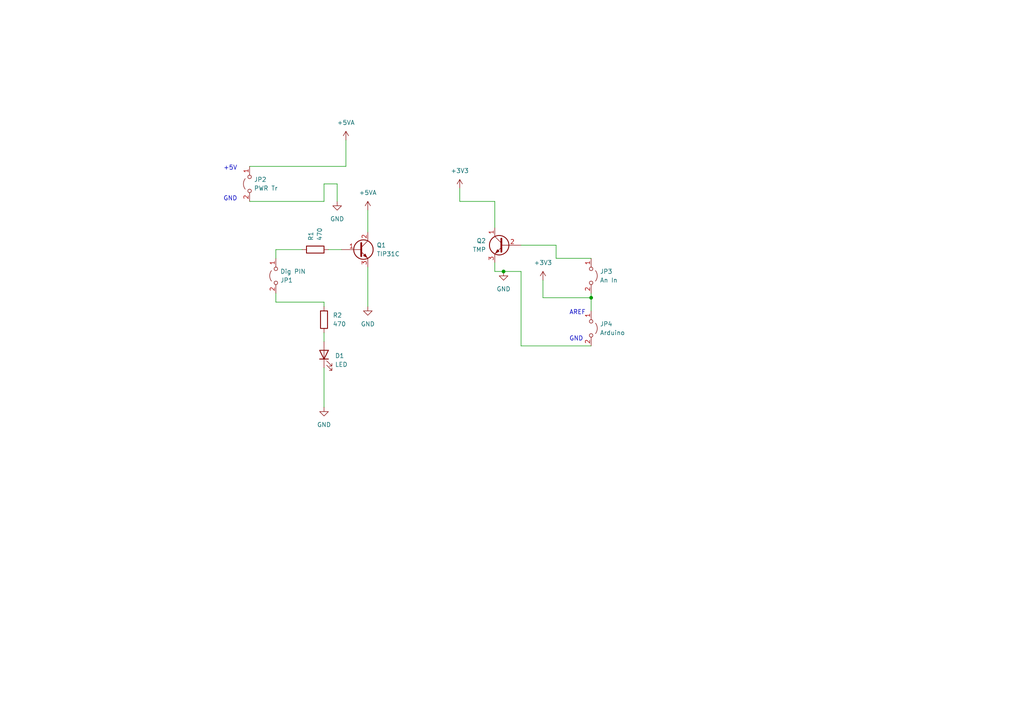
<source format=kicad_sch>
(kicad_sch
	(version 20250114)
	(generator "eeschema")
	(generator_version "9.0")
	(uuid "9b4716e4-cba0-4eba-840b-cc14d979358d")
	(paper "A4")
	(lib_symbols
		(symbol "Device:LED"
			(pin_numbers
				(hide yes)
			)
			(pin_names
				(offset 1.016)
				(hide yes)
			)
			(exclude_from_sim no)
			(in_bom yes)
			(on_board yes)
			(property "Reference" "D"
				(at 0 2.54 0)
				(effects
					(font
						(size 1.27 1.27)
					)
				)
			)
			(property "Value" "LED"
				(at 0 -2.54 0)
				(effects
					(font
						(size 1.27 1.27)
					)
				)
			)
			(property "Footprint" ""
				(at 0 0 0)
				(effects
					(font
						(size 1.27 1.27)
					)
					(hide yes)
				)
			)
			(property "Datasheet" "~"
				(at 0 0 0)
				(effects
					(font
						(size 1.27 1.27)
					)
					(hide yes)
				)
			)
			(property "Description" "Light emitting diode"
				(at 0 0 0)
				(effects
					(font
						(size 1.27 1.27)
					)
					(hide yes)
				)
			)
			(property "ki_keywords" "LED diode"
				(at 0 0 0)
				(effects
					(font
						(size 1.27 1.27)
					)
					(hide yes)
				)
			)
			(property "ki_fp_filters" "LED* LED_SMD:* LED_THT:*"
				(at 0 0 0)
				(effects
					(font
						(size 1.27 1.27)
					)
					(hide yes)
				)
			)
			(symbol "LED_0_1"
				(polyline
					(pts
						(xy -3.048 -0.762) (xy -4.572 -2.286) (xy -3.81 -2.286) (xy -4.572 -2.286) (xy -4.572 -1.524)
					)
					(stroke
						(width 0)
						(type default)
					)
					(fill
						(type none)
					)
				)
				(polyline
					(pts
						(xy -1.778 -0.762) (xy -3.302 -2.286) (xy -2.54 -2.286) (xy -3.302 -2.286) (xy -3.302 -1.524)
					)
					(stroke
						(width 0)
						(type default)
					)
					(fill
						(type none)
					)
				)
				(polyline
					(pts
						(xy -1.27 0) (xy 1.27 0)
					)
					(stroke
						(width 0)
						(type default)
					)
					(fill
						(type none)
					)
				)
				(polyline
					(pts
						(xy -1.27 -1.27) (xy -1.27 1.27)
					)
					(stroke
						(width 0.254)
						(type default)
					)
					(fill
						(type none)
					)
				)
				(polyline
					(pts
						(xy 1.27 -1.27) (xy 1.27 1.27) (xy -1.27 0) (xy 1.27 -1.27)
					)
					(stroke
						(width 0.254)
						(type default)
					)
					(fill
						(type none)
					)
				)
			)
			(symbol "LED_1_1"
				(pin passive line
					(at -3.81 0 0)
					(length 2.54)
					(name "K"
						(effects
							(font
								(size 1.27 1.27)
							)
						)
					)
					(number "1"
						(effects
							(font
								(size 1.27 1.27)
							)
						)
					)
				)
				(pin passive line
					(at 3.81 0 180)
					(length 2.54)
					(name "A"
						(effects
							(font
								(size 1.27 1.27)
							)
						)
					)
					(number "2"
						(effects
							(font
								(size 1.27 1.27)
							)
						)
					)
				)
			)
			(embedded_fonts no)
		)
		(symbol "Device:R"
			(pin_numbers
				(hide yes)
			)
			(pin_names
				(offset 0)
			)
			(exclude_from_sim no)
			(in_bom yes)
			(on_board yes)
			(property "Reference" "R"
				(at 2.032 0 90)
				(effects
					(font
						(size 1.27 1.27)
					)
				)
			)
			(property "Value" "R"
				(at 0 0 90)
				(effects
					(font
						(size 1.27 1.27)
					)
				)
			)
			(property "Footprint" ""
				(at -1.778 0 90)
				(effects
					(font
						(size 1.27 1.27)
					)
					(hide yes)
				)
			)
			(property "Datasheet" "~"
				(at 0 0 0)
				(effects
					(font
						(size 1.27 1.27)
					)
					(hide yes)
				)
			)
			(property "Description" "Resistor"
				(at 0 0 0)
				(effects
					(font
						(size 1.27 1.27)
					)
					(hide yes)
				)
			)
			(property "ki_keywords" "R res resistor"
				(at 0 0 0)
				(effects
					(font
						(size 1.27 1.27)
					)
					(hide yes)
				)
			)
			(property "ki_fp_filters" "R_*"
				(at 0 0 0)
				(effects
					(font
						(size 1.27 1.27)
					)
					(hide yes)
				)
			)
			(symbol "R_0_1"
				(rectangle
					(start -1.016 -2.54)
					(end 1.016 2.54)
					(stroke
						(width 0.254)
						(type default)
					)
					(fill
						(type none)
					)
				)
			)
			(symbol "R_1_1"
				(pin passive line
					(at 0 3.81 270)
					(length 1.27)
					(name "~"
						(effects
							(font
								(size 1.27 1.27)
							)
						)
					)
					(number "1"
						(effects
							(font
								(size 1.27 1.27)
							)
						)
					)
				)
				(pin passive line
					(at 0 -3.81 90)
					(length 1.27)
					(name "~"
						(effects
							(font
								(size 1.27 1.27)
							)
						)
					)
					(number "2"
						(effects
							(font
								(size 1.27 1.27)
							)
						)
					)
				)
			)
			(embedded_fonts no)
		)
		(symbol "Jumper:Jumper_2_Open"
			(pin_names
				(offset 0)
				(hide yes)
			)
			(exclude_from_sim no)
			(in_bom yes)
			(on_board yes)
			(property "Reference" "JP"
				(at 0 2.794 0)
				(effects
					(font
						(size 1.27 1.27)
					)
				)
			)
			(property "Value" "Jumper_2_Open"
				(at 0 -2.286 0)
				(effects
					(font
						(size 1.27 1.27)
					)
				)
			)
			(property "Footprint" ""
				(at 0 0 0)
				(effects
					(font
						(size 1.27 1.27)
					)
					(hide yes)
				)
			)
			(property "Datasheet" "~"
				(at 0 0 0)
				(effects
					(font
						(size 1.27 1.27)
					)
					(hide yes)
				)
			)
			(property "Description" "Jumper, 2-pole, open"
				(at 0 0 0)
				(effects
					(font
						(size 1.27 1.27)
					)
					(hide yes)
				)
			)
			(property "ki_keywords" "Jumper SPST"
				(at 0 0 0)
				(effects
					(font
						(size 1.27 1.27)
					)
					(hide yes)
				)
			)
			(property "ki_fp_filters" "Jumper* TestPoint*2Pads* TestPoint*Bridge*"
				(at 0 0 0)
				(effects
					(font
						(size 1.27 1.27)
					)
					(hide yes)
				)
			)
			(symbol "Jumper_2_Open_0_0"
				(circle
					(center -2.032 0)
					(radius 0.508)
					(stroke
						(width 0)
						(type default)
					)
					(fill
						(type none)
					)
				)
				(circle
					(center 2.032 0)
					(radius 0.508)
					(stroke
						(width 0)
						(type default)
					)
					(fill
						(type none)
					)
				)
			)
			(symbol "Jumper_2_Open_0_1"
				(arc
					(start -1.524 1.27)
					(mid 0 1.778)
					(end 1.524 1.27)
					(stroke
						(width 0)
						(type default)
					)
					(fill
						(type none)
					)
				)
			)
			(symbol "Jumper_2_Open_1_1"
				(pin passive line
					(at -5.08 0 0)
					(length 2.54)
					(name "A"
						(effects
							(font
								(size 1.27 1.27)
							)
						)
					)
					(number "1"
						(effects
							(font
								(size 1.27 1.27)
							)
						)
					)
				)
				(pin passive line
					(at 5.08 0 180)
					(length 2.54)
					(name "B"
						(effects
							(font
								(size 1.27 1.27)
							)
						)
					)
					(number "2"
						(effects
							(font
								(size 1.27 1.27)
							)
						)
					)
				)
			)
			(embedded_fonts no)
		)
		(symbol "Transistor_BJT:BC337"
			(pin_names
				(offset 0)
				(hide yes)
			)
			(exclude_from_sim no)
			(in_bom yes)
			(on_board yes)
			(property "Reference" "Q"
				(at 5.08 1.905 0)
				(effects
					(font
						(size 1.27 1.27)
					)
					(justify left)
				)
			)
			(property "Value" "BC337"
				(at 5.08 0 0)
				(effects
					(font
						(size 1.27 1.27)
					)
					(justify left)
				)
			)
			(property "Footprint" "Package_TO_SOT_THT:TO-92_Inline"
				(at 5.08 -1.905 0)
				(effects
					(font
						(size 1.27 1.27)
						(italic yes)
					)
					(justify left)
					(hide yes)
				)
			)
			(property "Datasheet" "https://diotec.com/tl_files/diotec/files/pdf/datasheets/bc337.pdf"
				(at 0 0 0)
				(effects
					(font
						(size 1.27 1.27)
					)
					(justify left)
					(hide yes)
				)
			)
			(property "Description" "0.8A Ic, 45V Vce, NPN Transistor, TO-92"
				(at 0 0 0)
				(effects
					(font
						(size 1.27 1.27)
					)
					(hide yes)
				)
			)
			(property "ki_keywords" "NPN Transistor"
				(at 0 0 0)
				(effects
					(font
						(size 1.27 1.27)
					)
					(hide yes)
				)
			)
			(property "ki_fp_filters" "TO?92*"
				(at 0 0 0)
				(effects
					(font
						(size 1.27 1.27)
					)
					(hide yes)
				)
			)
			(symbol "BC337_0_1"
				(polyline
					(pts
						(xy 0 0) (xy 0.635 0)
					)
					(stroke
						(width 0)
						(type default)
					)
					(fill
						(type none)
					)
				)
				(polyline
					(pts
						(xy 0.635 1.905) (xy 0.635 -1.905) (xy 0.635 -1.905)
					)
					(stroke
						(width 0.508)
						(type default)
					)
					(fill
						(type none)
					)
				)
				(polyline
					(pts
						(xy 0.635 0.635) (xy 2.54 2.54)
					)
					(stroke
						(width 0)
						(type default)
					)
					(fill
						(type none)
					)
				)
				(polyline
					(pts
						(xy 0.635 -0.635) (xy 2.54 -2.54) (xy 2.54 -2.54)
					)
					(stroke
						(width 0)
						(type default)
					)
					(fill
						(type none)
					)
				)
				(circle
					(center 1.27 0)
					(radius 2.8194)
					(stroke
						(width 0.254)
						(type default)
					)
					(fill
						(type none)
					)
				)
				(polyline
					(pts
						(xy 1.27 -1.778) (xy 1.778 -1.27) (xy 2.286 -2.286) (xy 1.27 -1.778) (xy 1.27 -1.778)
					)
					(stroke
						(width 0)
						(type default)
					)
					(fill
						(type outline)
					)
				)
			)
			(symbol "BC337_1_1"
				(pin input line
					(at -5.08 0 0)
					(length 5.08)
					(name "B"
						(effects
							(font
								(size 1.27 1.27)
							)
						)
					)
					(number "2"
						(effects
							(font
								(size 1.27 1.27)
							)
						)
					)
				)
				(pin passive line
					(at 2.54 5.08 270)
					(length 2.54)
					(name "C"
						(effects
							(font
								(size 1.27 1.27)
							)
						)
					)
					(number "1"
						(effects
							(font
								(size 1.27 1.27)
							)
						)
					)
				)
				(pin passive line
					(at 2.54 -5.08 90)
					(length 2.54)
					(name "E"
						(effects
							(font
								(size 1.27 1.27)
							)
						)
					)
					(number "3"
						(effects
							(font
								(size 1.27 1.27)
							)
						)
					)
				)
			)
			(embedded_fonts no)
		)
		(symbol "Transistor_BJT:TIP41C"
			(pin_names
				(offset 0)
				(hide yes)
			)
			(exclude_from_sim no)
			(in_bom yes)
			(on_board yes)
			(property "Reference" "Q"
				(at 6.35 1.905 0)
				(effects
					(font
						(size 1.27 1.27)
					)
					(justify left)
				)
			)
			(property "Value" "TIP41C"
				(at 6.35 0 0)
				(effects
					(font
						(size 1.27 1.27)
					)
					(justify left)
				)
			)
			(property "Footprint" "Package_TO_SOT_THT:TO-220-3_Vertical"
				(at 6.35 -1.905 0)
				(effects
					(font
						(size 1.27 1.27)
						(italic yes)
					)
					(justify left)
					(hide yes)
				)
			)
			(property "Datasheet" "https://www.centralsemi.com/get_document.php?cmp=1&mergetype=pd&mergepath=pd&pdf_id=tip41.PDF"
				(at 0 0 0)
				(effects
					(font
						(size 1.27 1.27)
					)
					(justify left)
					(hide yes)
				)
			)
			(property "Description" "6A Ic, 100V Vce, Power NPN Transistor, TO-220"
				(at 0 0 0)
				(effects
					(font
						(size 1.27 1.27)
					)
					(hide yes)
				)
			)
			(property "ki_keywords" "power NPN Transistor"
				(at 0 0 0)
				(effects
					(font
						(size 1.27 1.27)
					)
					(hide yes)
				)
			)
			(property "ki_fp_filters" "TO?220*"
				(at 0 0 0)
				(effects
					(font
						(size 1.27 1.27)
					)
					(hide yes)
				)
			)
			(symbol "TIP41C_0_1"
				(polyline
					(pts
						(xy 0.635 1.905) (xy 0.635 -1.905) (xy 0.635 -1.905)
					)
					(stroke
						(width 0.508)
						(type default)
					)
					(fill
						(type none)
					)
				)
				(polyline
					(pts
						(xy 0.635 0.635) (xy 2.54 2.54)
					)
					(stroke
						(width 0)
						(type default)
					)
					(fill
						(type none)
					)
				)
				(polyline
					(pts
						(xy 0.635 -0.635) (xy 2.54 -2.54) (xy 2.54 -2.54)
					)
					(stroke
						(width 0)
						(type default)
					)
					(fill
						(type none)
					)
				)
				(circle
					(center 1.27 0)
					(radius 2.8194)
					(stroke
						(width 0.254)
						(type default)
					)
					(fill
						(type none)
					)
				)
				(polyline
					(pts
						(xy 1.27 -1.778) (xy 1.778 -1.27) (xy 2.286 -2.286) (xy 1.27 -1.778) (xy 1.27 -1.778)
					)
					(stroke
						(width 0)
						(type default)
					)
					(fill
						(type outline)
					)
				)
			)
			(symbol "TIP41C_1_1"
				(pin input line
					(at -5.08 0 0)
					(length 5.715)
					(name "B"
						(effects
							(font
								(size 1.27 1.27)
							)
						)
					)
					(number "1"
						(effects
							(font
								(size 1.27 1.27)
							)
						)
					)
				)
				(pin passive line
					(at 2.54 5.08 270)
					(length 2.54)
					(name "C"
						(effects
							(font
								(size 1.27 1.27)
							)
						)
					)
					(number "2"
						(effects
							(font
								(size 1.27 1.27)
							)
						)
					)
				)
				(pin passive line
					(at 2.54 -5.08 90)
					(length 2.54)
					(name "E"
						(effects
							(font
								(size 1.27 1.27)
							)
						)
					)
					(number "3"
						(effects
							(font
								(size 1.27 1.27)
							)
						)
					)
				)
			)
			(embedded_fonts no)
		)
		(symbol "power:+3V3"
			(power)
			(pin_names
				(offset 0)
			)
			(exclude_from_sim no)
			(in_bom yes)
			(on_board yes)
			(property "Reference" "#PWR"
				(at 0 -3.81 0)
				(effects
					(font
						(size 1.27 1.27)
					)
					(hide yes)
				)
			)
			(property "Value" "+3V3"
				(at 0 3.556 0)
				(effects
					(font
						(size 1.27 1.27)
					)
				)
			)
			(property "Footprint" ""
				(at 0 0 0)
				(effects
					(font
						(size 1.27 1.27)
					)
					(hide yes)
				)
			)
			(property "Datasheet" ""
				(at 0 0 0)
				(effects
					(font
						(size 1.27 1.27)
					)
					(hide yes)
				)
			)
			(property "Description" "Power symbol creates a global label with name \"+3V3\""
				(at 0 0 0)
				(effects
					(font
						(size 1.27 1.27)
					)
					(hide yes)
				)
			)
			(property "ki_keywords" "power-flag"
				(at 0 0 0)
				(effects
					(font
						(size 1.27 1.27)
					)
					(hide yes)
				)
			)
			(symbol "+3V3_0_1"
				(polyline
					(pts
						(xy -0.762 1.27) (xy 0 2.54)
					)
					(stroke
						(width 0)
						(type default)
					)
					(fill
						(type none)
					)
				)
				(polyline
					(pts
						(xy 0 2.54) (xy 0.762 1.27)
					)
					(stroke
						(width 0)
						(type default)
					)
					(fill
						(type none)
					)
				)
				(polyline
					(pts
						(xy 0 0) (xy 0 2.54)
					)
					(stroke
						(width 0)
						(type default)
					)
					(fill
						(type none)
					)
				)
			)
			(symbol "+3V3_1_1"
				(pin power_in line
					(at 0 0 90)
					(length 0)
					(hide yes)
					(name "+3V3"
						(effects
							(font
								(size 1.27 1.27)
							)
						)
					)
					(number "1"
						(effects
							(font
								(size 1.27 1.27)
							)
						)
					)
				)
			)
			(embedded_fonts no)
		)
		(symbol "power:+5VA"
			(power)
			(pin_names
				(offset 0)
			)
			(exclude_from_sim no)
			(in_bom yes)
			(on_board yes)
			(property "Reference" "#PWR"
				(at 0 -3.81 0)
				(effects
					(font
						(size 1.27 1.27)
					)
					(hide yes)
				)
			)
			(property "Value" "+5VA"
				(at 0 3.556 0)
				(effects
					(font
						(size 1.27 1.27)
					)
				)
			)
			(property "Footprint" ""
				(at 0 0 0)
				(effects
					(font
						(size 1.27 1.27)
					)
					(hide yes)
				)
			)
			(property "Datasheet" ""
				(at 0 0 0)
				(effects
					(font
						(size 1.27 1.27)
					)
					(hide yes)
				)
			)
			(property "Description" "Power symbol creates a global label with name \"+5VA\""
				(at 0 0 0)
				(effects
					(font
						(size 1.27 1.27)
					)
					(hide yes)
				)
			)
			(property "ki_keywords" "power-flag"
				(at 0 0 0)
				(effects
					(font
						(size 1.27 1.27)
					)
					(hide yes)
				)
			)
			(symbol "+5VA_0_1"
				(polyline
					(pts
						(xy -0.762 1.27) (xy 0 2.54)
					)
					(stroke
						(width 0)
						(type default)
					)
					(fill
						(type none)
					)
				)
				(polyline
					(pts
						(xy 0 2.54) (xy 0.762 1.27)
					)
					(stroke
						(width 0)
						(type default)
					)
					(fill
						(type none)
					)
				)
				(polyline
					(pts
						(xy 0 0) (xy 0 2.54)
					)
					(stroke
						(width 0)
						(type default)
					)
					(fill
						(type none)
					)
				)
			)
			(symbol "+5VA_1_1"
				(pin power_in line
					(at 0 0 90)
					(length 0)
					(hide yes)
					(name "+5VA"
						(effects
							(font
								(size 1.27 1.27)
							)
						)
					)
					(number "1"
						(effects
							(font
								(size 1.27 1.27)
							)
						)
					)
				)
			)
			(embedded_fonts no)
		)
		(symbol "power:GND"
			(power)
			(pin_names
				(offset 0)
			)
			(exclude_from_sim no)
			(in_bom yes)
			(on_board yes)
			(property "Reference" "#PWR"
				(at 0 -6.35 0)
				(effects
					(font
						(size 1.27 1.27)
					)
					(hide yes)
				)
			)
			(property "Value" "GND"
				(at 0 -3.81 0)
				(effects
					(font
						(size 1.27 1.27)
					)
				)
			)
			(property "Footprint" ""
				(at 0 0 0)
				(effects
					(font
						(size 1.27 1.27)
					)
					(hide yes)
				)
			)
			(property "Datasheet" ""
				(at 0 0 0)
				(effects
					(font
						(size 1.27 1.27)
					)
					(hide yes)
				)
			)
			(property "Description" "Power symbol creates a global label with name \"GND\" , ground"
				(at 0 0 0)
				(effects
					(font
						(size 1.27 1.27)
					)
					(hide yes)
				)
			)
			(property "ki_keywords" "power-flag"
				(at 0 0 0)
				(effects
					(font
						(size 1.27 1.27)
					)
					(hide yes)
				)
			)
			(symbol "GND_0_1"
				(polyline
					(pts
						(xy 0 0) (xy 0 -1.27) (xy 1.27 -1.27) (xy 0 -2.54) (xy -1.27 -1.27) (xy 0 -1.27)
					)
					(stroke
						(width 0)
						(type default)
					)
					(fill
						(type none)
					)
				)
			)
			(symbol "GND_1_1"
				(pin power_in line
					(at 0 0 270)
					(length 0)
					(hide yes)
					(name "GND"
						(effects
							(font
								(size 1.27 1.27)
							)
						)
					)
					(number "1"
						(effects
							(font
								(size 1.27 1.27)
							)
						)
					)
				)
			)
			(embedded_fonts no)
		)
	)
	(text "+5V"
		(exclude_from_sim no)
		(at 64.77 49.53 0)
		(effects
			(font
				(size 1.27 1.27)
			)
			(justify left bottom)
		)
		(uuid "0f2d43f4-9ee9-4af4-b272-618a6d622449")
	)
	(text "GND"
		(exclude_from_sim no)
		(at 165.1 99.06 0)
		(effects
			(font
				(size 1.27 1.27)
			)
			(justify left bottom)
		)
		(uuid "4ed17f51-ec68-4a84-a535-7ab660880ab8")
	)
	(text "GND"
		(exclude_from_sim no)
		(at 64.77 58.42 0)
		(effects
			(font
				(size 1.27 1.27)
			)
			(justify left bottom)
		)
		(uuid "5b2443bb-c4ff-4994-be88-92523fbc5860")
	)
	(text "AREF"
		(exclude_from_sim no)
		(at 165.1 91.44 0)
		(effects
			(font
				(size 1.27 1.27)
			)
			(justify left bottom)
		)
		(uuid "d9fd1551-a0ba-4e14-9b2f-441b0156bda8")
	)
	(junction
		(at 171.45 86.36)
		(diameter 0)
		(color 0 0 0 0)
		(uuid "14ba6188-8515-4d13-9eda-9cf44dee3e32")
	)
	(junction
		(at 146.05 78.74)
		(diameter 0)
		(color 0 0 0 0)
		(uuid "f436b218-5f03-4be8-b6d2-5618a0e1ef85")
	)
	(wire
		(pts
			(xy 157.48 86.36) (xy 171.45 86.36)
		)
		(stroke
			(width 0)
			(type default)
		)
		(uuid "02f85133-51fd-49de-8d18-894cd6c855b8")
	)
	(wire
		(pts
			(xy 93.98 96.52) (xy 93.98 99.06)
		)
		(stroke
			(width 0)
			(type default)
		)
		(uuid "03d0bc4d-5476-4427-97a0-ff296693ff08")
	)
	(wire
		(pts
			(xy 151.13 78.74) (xy 146.05 78.74)
		)
		(stroke
			(width 0)
			(type default)
		)
		(uuid "0430d2b0-afe6-4294-8af6-e6dc0b9cb4cd")
	)
	(wire
		(pts
			(xy 146.05 78.74) (xy 143.51 78.74)
		)
		(stroke
			(width 0)
			(type default)
		)
		(uuid "09444ca0-f327-4fa8-bac1-8e793c03bf2e")
	)
	(wire
		(pts
			(xy 151.13 71.12) (xy 161.29 71.12)
		)
		(stroke
			(width 0)
			(type default)
		)
		(uuid "0db4fcd9-52f5-43d6-8f49-2d2f8d69a362")
	)
	(wire
		(pts
			(xy 72.39 48.26) (xy 100.33 48.26)
		)
		(stroke
			(width 0)
			(type default)
		)
		(uuid "111935ae-7fd0-4842-b8e9-a09f54f25993")
	)
	(wire
		(pts
			(xy 143.51 78.74) (xy 143.51 76.2)
		)
		(stroke
			(width 0)
			(type default)
		)
		(uuid "14b2e4cc-e735-4311-8e6e-272f011e0b84")
	)
	(wire
		(pts
			(xy 80.01 72.39) (xy 87.63 72.39)
		)
		(stroke
			(width 0)
			(type default)
		)
		(uuid "1c5aab7d-1e2d-454b-8c5e-aeab42bf8b45")
	)
	(wire
		(pts
			(xy 100.33 40.64) (xy 100.33 48.26)
		)
		(stroke
			(width 0)
			(type default)
		)
		(uuid "1f5ee951-e07b-46d9-aa78-e69ae8cb7ca7")
	)
	(wire
		(pts
			(xy 72.39 58.42) (xy 93.98 58.42)
		)
		(stroke
			(width 0)
			(type default)
		)
		(uuid "2210ac38-c0a6-4ebb-98e0-148e3a95f2fd")
	)
	(wire
		(pts
			(xy 93.98 106.68) (xy 93.98 118.11)
		)
		(stroke
			(width 0)
			(type default)
		)
		(uuid "23eee5ba-1bd5-4958-abb4-27aa157d6abe")
	)
	(wire
		(pts
			(xy 93.98 87.63) (xy 80.01 87.63)
		)
		(stroke
			(width 0)
			(type default)
		)
		(uuid "28470f81-f7f5-4f71-b5f7-e4fd183e6a86")
	)
	(wire
		(pts
			(xy 106.68 77.47) (xy 106.68 88.9)
		)
		(stroke
			(width 0)
			(type default)
		)
		(uuid "349dda2e-570c-41ce-a3cc-98ce6c801324")
	)
	(wire
		(pts
			(xy 143.51 58.42) (xy 143.51 66.04)
		)
		(stroke
			(width 0)
			(type default)
		)
		(uuid "3c4cfe7a-6238-47a3-a5f4-ccdccbc1fed7")
	)
	(wire
		(pts
			(xy 151.13 100.33) (xy 151.13 78.74)
		)
		(stroke
			(width 0)
			(type default)
		)
		(uuid "3c72253d-41ac-40bf-bd5d-cd79f303a8e6")
	)
	(wire
		(pts
			(xy 80.01 87.63) (xy 80.01 85.09)
		)
		(stroke
			(width 0)
			(type default)
		)
		(uuid "4c03ed54-e4e8-4147-b0f8-9e5dad7ae434")
	)
	(wire
		(pts
			(xy 93.98 53.34) (xy 97.79 53.34)
		)
		(stroke
			(width 0)
			(type default)
		)
		(uuid "60b9f71e-d9eb-43af-8136-196193914aaa")
	)
	(wire
		(pts
			(xy 133.35 54.61) (xy 133.35 58.42)
		)
		(stroke
			(width 0)
			(type default)
		)
		(uuid "6142fa92-ee09-4bb6-9656-8824ffe383d6")
	)
	(wire
		(pts
			(xy 161.29 74.93) (xy 171.45 74.93)
		)
		(stroke
			(width 0)
			(type default)
		)
		(uuid "631178d4-2b8e-4480-aead-33da9cba288c")
	)
	(wire
		(pts
			(xy 80.01 74.93) (xy 80.01 72.39)
		)
		(stroke
			(width 0)
			(type default)
		)
		(uuid "7c611b2d-b088-4110-84b5-bbd2c2c77130")
	)
	(wire
		(pts
			(xy 171.45 85.09) (xy 171.45 86.36)
		)
		(stroke
			(width 0)
			(type default)
		)
		(uuid "7d804229-499f-4d9e-ac36-650f65aaa061")
	)
	(wire
		(pts
			(xy 161.29 71.12) (xy 161.29 74.93)
		)
		(stroke
			(width 0)
			(type default)
		)
		(uuid "814894bd-e120-4158-ac9a-d341014bef28")
	)
	(wire
		(pts
			(xy 97.79 53.34) (xy 97.79 58.42)
		)
		(stroke
			(width 0)
			(type default)
		)
		(uuid "84501ffb-33b1-4d30-a91c-a20a5b220376")
	)
	(wire
		(pts
			(xy 93.98 53.34) (xy 93.98 58.42)
		)
		(stroke
			(width 0)
			(type default)
		)
		(uuid "8b6a9764-522d-43aa-a5ef-13b4f58730a7")
	)
	(wire
		(pts
			(xy 171.45 100.33) (xy 151.13 100.33)
		)
		(stroke
			(width 0)
			(type default)
		)
		(uuid "94a788f9-e433-4b3c-aefe-6ded35bf2265")
	)
	(wire
		(pts
			(xy 95.25 72.39) (xy 99.06 72.39)
		)
		(stroke
			(width 0)
			(type default)
		)
		(uuid "c9176e7e-1399-4214-a73f-d3c899432fdd")
	)
	(wire
		(pts
			(xy 157.48 81.28) (xy 157.48 86.36)
		)
		(stroke
			(width 0)
			(type default)
		)
		(uuid "d5de3d5f-0385-4eee-9ccf-15ac1b7e5160")
	)
	(wire
		(pts
			(xy 93.98 87.63) (xy 93.98 88.9)
		)
		(stroke
			(width 0)
			(type default)
		)
		(uuid "d879e680-b286-49b8-9682-20b17653c75e")
	)
	(wire
		(pts
			(xy 133.35 58.42) (xy 143.51 58.42)
		)
		(stroke
			(width 0)
			(type default)
		)
		(uuid "d95046db-fe71-4e2f-b22c-cc925fb5e516")
	)
	(wire
		(pts
			(xy 106.68 60.96) (xy 106.68 67.31)
		)
		(stroke
			(width 0)
			(type default)
		)
		(uuid "e6236ee4-518d-4e95-99ed-88df18c9edb5")
	)
	(wire
		(pts
			(xy 171.45 86.36) (xy 171.45 90.17)
		)
		(stroke
			(width 0)
			(type default)
		)
		(uuid "e6d770a5-a08e-47de-8dda-b706991e2b11")
	)
	(symbol
		(lib_id "Jumper:Jumper_2_Open")
		(at 171.45 80.01 270)
		(unit 1)
		(exclude_from_sim no)
		(in_bom yes)
		(on_board yes)
		(dnp no)
		(fields_autoplaced yes)
		(uuid "397cbc8b-e5d8-4057-ac5e-52bdf410cf4a")
		(property "Reference" "JP3"
			(at 173.99 78.7399 90)
			(effects
				(font
					(size 1.27 1.27)
				)
				(justify left)
			)
		)
		(property "Value" "An In"
			(at 173.99 81.2799 90)
			(effects
				(font
					(size 1.27 1.27)
				)
				(justify left)
			)
		)
		(property "Footprint" "TestPoint:TestPoint_2Pads_Pitch2.54mm_Drill0.8mm"
			(at 171.45 80.01 0)
			(effects
				(font
					(size 1.27 1.27)
				)
				(hide yes)
			)
		)
		(property "Datasheet" "~"
			(at 171.45 80.01 0)
			(effects
				(font
					(size 1.27 1.27)
				)
				(hide yes)
			)
		)
		(property "Description" ""
			(at 171.45 80.01 0)
			(effects
				(font
					(size 1.27 1.27)
				)
			)
		)
		(pin "1"
			(uuid "d22f852e-3902-42e5-82be-6afe4e4a7efb")
		)
		(pin "2"
			(uuid "b3e11825-96b8-47a6-a78b-61ed903a7a24")
		)
		(instances
			(project ""
				(path "/9b4716e4-cba0-4eba-840b-cc14d979358d"
					(reference "JP3")
					(unit 1)
				)
			)
		)
	)
	(symbol
		(lib_id "Jumper:Jumper_2_Open")
		(at 80.01 80.01 90)
		(mirror x)
		(unit 1)
		(exclude_from_sim no)
		(in_bom yes)
		(on_board yes)
		(dnp no)
		(fields_autoplaced yes)
		(uuid "44870653-f2c1-4612-92df-0d93b04a1509")
		(property "Reference" "JP1"
			(at 81.28 81.2801 90)
			(effects
				(font
					(size 1.27 1.27)
				)
				(justify right)
			)
		)
		(property "Value" "Dig PIN"
			(at 81.28 78.7401 90)
			(effects
				(font
					(size 1.27 1.27)
				)
				(justify right)
			)
		)
		(property "Footprint" "TestPoint:TestPoint_2Pads_Pitch2.54mm_Drill0.8mm"
			(at 80.01 80.01 0)
			(effects
				(font
					(size 1.27 1.27)
				)
				(hide yes)
			)
		)
		(property "Datasheet" "~"
			(at 80.01 80.01 0)
			(effects
				(font
					(size 1.27 1.27)
				)
				(hide yes)
			)
		)
		(property "Description" ""
			(at 80.01 80.01 0)
			(effects
				(font
					(size 1.27 1.27)
				)
			)
		)
		(pin "1"
			(uuid "1032f9c8-6bf4-4988-b4bd-748a3cc45de0")
		)
		(pin "2"
			(uuid "6cf6eb6d-1b05-4b19-9b60-e32ce41842a9")
		)
		(instances
			(project ""
				(path "/9b4716e4-cba0-4eba-840b-cc14d979358d"
					(reference "JP1")
					(unit 1)
				)
			)
		)
	)
	(symbol
		(lib_id "power:GND")
		(at 97.79 58.42 0)
		(unit 1)
		(exclude_from_sim no)
		(in_bom yes)
		(on_board yes)
		(dnp no)
		(fields_autoplaced yes)
		(uuid "4d1ceede-fd9c-479d-b00c-80a485d0756a")
		(property "Reference" "#PWR0103"
			(at 97.79 64.77 0)
			(effects
				(font
					(size 1.27 1.27)
				)
				(hide yes)
			)
		)
		(property "Value" "GND"
			(at 97.79 63.5 0)
			(effects
				(font
					(size 1.27 1.27)
				)
			)
		)
		(property "Footprint" ""
			(at 97.79 58.42 0)
			(effects
				(font
					(size 1.27 1.27)
				)
				(hide yes)
			)
		)
		(property "Datasheet" ""
			(at 97.79 58.42 0)
			(effects
				(font
					(size 1.27 1.27)
				)
				(hide yes)
			)
		)
		(property "Description" ""
			(at 97.79 58.42 0)
			(effects
				(font
					(size 1.27 1.27)
				)
			)
		)
		(pin "1"
			(uuid "a0a2ae11-4e22-4ee0-bef5-5a4046f450ce")
		)
		(instances
			(project ""
				(path "/9b4716e4-cba0-4eba-840b-cc14d979358d"
					(reference "#PWR0103")
					(unit 1)
				)
			)
		)
	)
	(symbol
		(lib_id "Jumper:Jumper_2_Open")
		(at 171.45 95.25 270)
		(unit 1)
		(exclude_from_sim no)
		(in_bom yes)
		(on_board yes)
		(dnp no)
		(fields_autoplaced yes)
		(uuid "5525cc39-202f-4250-b841-e7585b2710b4")
		(property "Reference" "JP4"
			(at 173.99 93.9799 90)
			(effects
				(font
					(size 1.27 1.27)
				)
				(justify left)
			)
		)
		(property "Value" "Arduino"
			(at 173.99 96.5199 90)
			(effects
				(font
					(size 1.27 1.27)
				)
				(justify left)
			)
		)
		(property "Footprint" "TestPoint:TestPoint_2Pads_Pitch2.54mm_Drill0.8mm"
			(at 171.45 95.25 0)
			(effects
				(font
					(size 1.27 1.27)
				)
				(hide yes)
			)
		)
		(property "Datasheet" "~"
			(at 171.45 95.25 0)
			(effects
				(font
					(size 1.27 1.27)
				)
				(hide yes)
			)
		)
		(property "Description" ""
			(at 171.45 95.25 0)
			(effects
				(font
					(size 1.27 1.27)
				)
			)
		)
		(pin "1"
			(uuid "b6955833-4ede-4f75-ace6-20ff803ec032")
		)
		(pin "2"
			(uuid "10f23591-b495-4f78-9ffe-b920cfe78032")
		)
		(instances
			(project ""
				(path "/9b4716e4-cba0-4eba-840b-cc14d979358d"
					(reference "JP4")
					(unit 1)
				)
			)
		)
	)
	(symbol
		(lib_id "Transistor_BJT:BC337")
		(at 146.05 71.12 0)
		(mirror y)
		(unit 1)
		(exclude_from_sim no)
		(in_bom yes)
		(on_board yes)
		(dnp no)
		(fields_autoplaced yes)
		(uuid "61da82e6-0b35-44fb-9d44-8191b61f9458")
		(property "Reference" "Q2"
			(at 140.97 69.8499 0)
			(effects
				(font
					(size 1.27 1.27)
				)
				(justify left)
			)
		)
		(property "Value" "TMP"
			(at 140.97 72.3899 0)
			(effects
				(font
					(size 1.27 1.27)
				)
				(justify left)
			)
		)
		(property "Footprint" "Package_TO_SOT_THT:TO-92_Inline"
			(at 140.97 73.025 0)
			(effects
				(font
					(size 1.27 1.27)
					(italic yes)
				)
				(justify left)
				(hide yes)
			)
		)
		(property "Datasheet" "https://diotec.com/tl_files/diotec/files/pdf/datasheets/bc337.pdf"
			(at 146.05 71.12 0)
			(effects
				(font
					(size 1.27 1.27)
				)
				(justify left)
				(hide yes)
			)
		)
		(property "Description" ""
			(at 146.05 71.12 0)
			(effects
				(font
					(size 1.27 1.27)
				)
			)
		)
		(pin "1"
			(uuid "dbb458bd-7bef-41b6-8032-d0dfac45e882")
		)
		(pin "2"
			(uuid "d2d7e5c6-54a7-4f59-b6e6-a42f8020ba40")
		)
		(pin "3"
			(uuid "850da0a8-5ce6-4cfb-8e78-ade7166b6bd9")
		)
		(instances
			(project ""
				(path "/9b4716e4-cba0-4eba-840b-cc14d979358d"
					(reference "Q2")
					(unit 1)
				)
			)
		)
	)
	(symbol
		(lib_id "power:GND")
		(at 146.05 78.74 0)
		(unit 1)
		(exclude_from_sim no)
		(in_bom yes)
		(on_board yes)
		(dnp no)
		(fields_autoplaced yes)
		(uuid "73b7dae5-e556-4454-8462-cd5ba434c37e")
		(property "Reference" "#PWR0109"
			(at 146.05 85.09 0)
			(effects
				(font
					(size 1.27 1.27)
				)
				(hide yes)
			)
		)
		(property "Value" "GND"
			(at 146.05 83.82 0)
			(effects
				(font
					(size 1.27 1.27)
				)
			)
		)
		(property "Footprint" ""
			(at 146.05 78.74 0)
			(effects
				(font
					(size 1.27 1.27)
				)
				(hide yes)
			)
		)
		(property "Datasheet" ""
			(at 146.05 78.74 0)
			(effects
				(font
					(size 1.27 1.27)
				)
				(hide yes)
			)
		)
		(property "Description" ""
			(at 146.05 78.74 0)
			(effects
				(font
					(size 1.27 1.27)
				)
			)
		)
		(pin "1"
			(uuid "9e120ae6-b3c7-4cb8-9982-88a26bb967fb")
		)
		(instances
			(project ""
				(path "/9b4716e4-cba0-4eba-840b-cc14d979358d"
					(reference "#PWR0109")
					(unit 1)
				)
			)
		)
	)
	(symbol
		(lib_id "power:+5VA")
		(at 100.33 40.64 0)
		(unit 1)
		(exclude_from_sim no)
		(in_bom yes)
		(on_board yes)
		(dnp no)
		(fields_autoplaced yes)
		(uuid "8bd23226-1529-43d8-9d96-58692d734283")
		(property "Reference" "#PWR0105"
			(at 100.33 44.45 0)
			(effects
				(font
					(size 1.27 1.27)
				)
				(hide yes)
			)
		)
		(property "Value" "+5VA"
			(at 100.33 35.56 0)
			(effects
				(font
					(size 1.27 1.27)
				)
			)
		)
		(property "Footprint" ""
			(at 100.33 40.64 0)
			(effects
				(font
					(size 1.27 1.27)
				)
				(hide yes)
			)
		)
		(property "Datasheet" ""
			(at 100.33 40.64 0)
			(effects
				(font
					(size 1.27 1.27)
				)
				(hide yes)
			)
		)
		(property "Description" ""
			(at 100.33 40.64 0)
			(effects
				(font
					(size 1.27 1.27)
				)
			)
		)
		(pin "1"
			(uuid "4688c2e7-bb2c-4a3d-824b-856ec0626767")
		)
		(instances
			(project ""
				(path "/9b4716e4-cba0-4eba-840b-cc14d979358d"
					(reference "#PWR0105")
					(unit 1)
				)
			)
		)
	)
	(symbol
		(lib_id "power:+5VA")
		(at 106.68 60.96 0)
		(unit 1)
		(exclude_from_sim no)
		(in_bom yes)
		(on_board yes)
		(dnp no)
		(fields_autoplaced yes)
		(uuid "9ce3b4af-658a-40f4-94c8-e758dc00852a")
		(property "Reference" "#PWR0104"
			(at 106.68 64.77 0)
			(effects
				(font
					(size 1.27 1.27)
				)
				(hide yes)
			)
		)
		(property "Value" "+5VA"
			(at 106.68 55.88 0)
			(effects
				(font
					(size 1.27 1.27)
				)
			)
		)
		(property "Footprint" ""
			(at 106.68 60.96 0)
			(effects
				(font
					(size 1.27 1.27)
				)
				(hide yes)
			)
		)
		(property "Datasheet" ""
			(at 106.68 60.96 0)
			(effects
				(font
					(size 1.27 1.27)
				)
				(hide yes)
			)
		)
		(property "Description" ""
			(at 106.68 60.96 0)
			(effects
				(font
					(size 1.27 1.27)
				)
			)
		)
		(pin "1"
			(uuid "81fc75f8-5bf4-4e61-bd9e-a146681fd649")
		)
		(instances
			(project ""
				(path "/9b4716e4-cba0-4eba-840b-cc14d979358d"
					(reference "#PWR0104")
					(unit 1)
				)
			)
		)
	)
	(symbol
		(lib_id "Transistor_BJT:TIP41C")
		(at 104.14 72.39 0)
		(unit 1)
		(exclude_from_sim no)
		(in_bom yes)
		(on_board yes)
		(dnp no)
		(uuid "aa5377d8-b754-48df-b6f8-29d8f3f9107d")
		(property "Reference" "Q1"
			(at 109.22 71.1199 0)
			(effects
				(font
					(size 1.27 1.27)
				)
				(justify left)
			)
		)
		(property "Value" "TIP31C"
			(at 109.22 73.66 0)
			(effects
				(font
					(size 1.27 1.27)
				)
				(justify left)
			)
		)
		(property "Footprint" "Package_TO_SOT_THT:TO-220-3_Vertical"
			(at 110.49 74.295 0)
			(effects
				(font
					(size 1.27 1.27)
					(italic yes)
				)
				(justify left)
				(hide yes)
			)
		)
		(property "Datasheet" "https://www.centralsemi.com/get_document.php?cmp=1&mergetype=pd&mergepath=pd&pdf_id=tip41.PDF"
			(at 104.14 72.39 0)
			(effects
				(font
					(size 1.27 1.27)
				)
				(justify left)
				(hide yes)
			)
		)
		(property "Description" ""
			(at 104.14 72.39 0)
			(effects
				(font
					(size 1.27 1.27)
				)
			)
		)
		(pin "1"
			(uuid "d6c18dbf-b7a9-4362-8667-90700394d4e9")
		)
		(pin "2"
			(uuid "d17d576d-3ef5-41b4-af5e-f937a8edc757")
		)
		(pin "3"
			(uuid "96ce59c9-0150-49d2-aff1-bd244e027646")
		)
		(instances
			(project ""
				(path "/9b4716e4-cba0-4eba-840b-cc14d979358d"
					(reference "Q1")
					(unit 1)
				)
			)
		)
	)
	(symbol
		(lib_id "power:+3V3")
		(at 157.48 81.28 0)
		(unit 1)
		(exclude_from_sim no)
		(in_bom yes)
		(on_board yes)
		(dnp no)
		(fields_autoplaced yes)
		(uuid "b9be8534-dd61-4cff-a5fe-6ca43825bb9f")
		(property "Reference" "#PWR0106"
			(at 157.48 85.09 0)
			(effects
				(font
					(size 1.27 1.27)
				)
				(hide yes)
			)
		)
		(property "Value" "+3V3"
			(at 157.48 76.2 0)
			(effects
				(font
					(size 1.27 1.27)
				)
			)
		)
		(property "Footprint" ""
			(at 157.48 81.28 0)
			(effects
				(font
					(size 1.27 1.27)
				)
				(hide yes)
			)
		)
		(property "Datasheet" ""
			(at 157.48 81.28 0)
			(effects
				(font
					(size 1.27 1.27)
				)
				(hide yes)
			)
		)
		(property "Description" ""
			(at 157.48 81.28 0)
			(effects
				(font
					(size 1.27 1.27)
				)
			)
		)
		(pin "1"
			(uuid "2c40e32e-30b6-4da7-94c1-9b18039afbdb")
		)
		(instances
			(project ""
				(path "/9b4716e4-cba0-4eba-840b-cc14d979358d"
					(reference "#PWR0106")
					(unit 1)
				)
			)
		)
	)
	(symbol
		(lib_id "Device:LED")
		(at 93.98 102.87 90)
		(unit 1)
		(exclude_from_sim no)
		(in_bom yes)
		(on_board yes)
		(dnp no)
		(fields_autoplaced yes)
		(uuid "d99048ad-bb16-465c-8a9b-f6b3118491d0")
		(property "Reference" "D1"
			(at 97.155 103.1874 90)
			(effects
				(font
					(size 1.27 1.27)
				)
				(justify right)
			)
		)
		(property "Value" "LED"
			(at 97.155 105.7274 90)
			(effects
				(font
					(size 1.27 1.27)
				)
				(justify right)
			)
		)
		(property "Footprint" "LED_THT:LED_D5.0mm"
			(at 93.98 102.87 0)
			(effects
				(font
					(size 1.27 1.27)
				)
				(hide yes)
			)
		)
		(property "Datasheet" "~"
			(at 93.98 102.87 0)
			(effects
				(font
					(size 1.27 1.27)
				)
				(hide yes)
			)
		)
		(property "Description" ""
			(at 93.98 102.87 0)
			(effects
				(font
					(size 1.27 1.27)
				)
			)
		)
		(pin "1"
			(uuid "b42052e8-2c8c-4e17-83d6-098b8b4d5369")
		)
		(pin "2"
			(uuid "eb1ec3ea-16c4-41f0-a017-5ca40a3472c8")
		)
		(instances
			(project ""
				(path "/9b4716e4-cba0-4eba-840b-cc14d979358d"
					(reference "D1")
					(unit 1)
				)
			)
		)
	)
	(symbol
		(lib_id "power:GND")
		(at 106.68 88.9 0)
		(unit 1)
		(exclude_from_sim no)
		(in_bom yes)
		(on_board yes)
		(dnp no)
		(fields_autoplaced yes)
		(uuid "dc9bb5d6-441c-4660-962d-553ac84f5c04")
		(property "Reference" "#PWR0101"
			(at 106.68 95.25 0)
			(effects
				(font
					(size 1.27 1.27)
				)
				(hide yes)
			)
		)
		(property "Value" "GND"
			(at 106.68 93.98 0)
			(effects
				(font
					(size 1.27 1.27)
				)
			)
		)
		(property "Footprint" ""
			(at 106.68 88.9 0)
			(effects
				(font
					(size 1.27 1.27)
				)
				(hide yes)
			)
		)
		(property "Datasheet" ""
			(at 106.68 88.9 0)
			(effects
				(font
					(size 1.27 1.27)
				)
				(hide yes)
			)
		)
		(property "Description" ""
			(at 106.68 88.9 0)
			(effects
				(font
					(size 1.27 1.27)
				)
			)
		)
		(pin "1"
			(uuid "4dfb0ee9-4b52-463c-85be-f5a48501c6ba")
		)
		(instances
			(project ""
				(path "/9b4716e4-cba0-4eba-840b-cc14d979358d"
					(reference "#PWR0101")
					(unit 1)
				)
			)
		)
	)
	(symbol
		(lib_id "power:+3V3")
		(at 133.35 54.61 0)
		(unit 1)
		(exclude_from_sim no)
		(in_bom yes)
		(on_board yes)
		(dnp no)
		(fields_autoplaced yes)
		(uuid "dd12a657-45d0-4c38-9fec-efbd7659ab79")
		(property "Reference" "#PWR0107"
			(at 133.35 58.42 0)
			(effects
				(font
					(size 1.27 1.27)
				)
				(hide yes)
			)
		)
		(property "Value" "+3V3"
			(at 133.35 49.53 0)
			(effects
				(font
					(size 1.27 1.27)
				)
			)
		)
		(property "Footprint" ""
			(at 133.35 54.61 0)
			(effects
				(font
					(size 1.27 1.27)
				)
				(hide yes)
			)
		)
		(property "Datasheet" ""
			(at 133.35 54.61 0)
			(effects
				(font
					(size 1.27 1.27)
				)
				(hide yes)
			)
		)
		(property "Description" ""
			(at 133.35 54.61 0)
			(effects
				(font
					(size 1.27 1.27)
				)
			)
		)
		(pin "1"
			(uuid "b6fabfcd-e9eb-481b-baab-8bd1938bbee3")
		)
		(instances
			(project ""
				(path "/9b4716e4-cba0-4eba-840b-cc14d979358d"
					(reference "#PWR0107")
					(unit 1)
				)
			)
		)
	)
	(symbol
		(lib_id "power:GND")
		(at 93.98 118.11 0)
		(unit 1)
		(exclude_from_sim no)
		(in_bom yes)
		(on_board yes)
		(dnp no)
		(fields_autoplaced yes)
		(uuid "e11c7580-cba0-46d1-931b-a2bfadd9b7d8")
		(property "Reference" "#PWR0102"
			(at 93.98 124.46 0)
			(effects
				(font
					(size 1.27 1.27)
				)
				(hide yes)
			)
		)
		(property "Value" "GND"
			(at 93.98 123.19 0)
			(effects
				(font
					(size 1.27 1.27)
				)
			)
		)
		(property "Footprint" ""
			(at 93.98 118.11 0)
			(effects
				(font
					(size 1.27 1.27)
				)
				(hide yes)
			)
		)
		(property "Datasheet" ""
			(at 93.98 118.11 0)
			(effects
				(font
					(size 1.27 1.27)
				)
				(hide yes)
			)
		)
		(property "Description" ""
			(at 93.98 118.11 0)
			(effects
				(font
					(size 1.27 1.27)
				)
			)
		)
		(pin "1"
			(uuid "a9ffb920-c9c5-46b2-a3f6-5fc172fd7491")
		)
		(instances
			(project ""
				(path "/9b4716e4-cba0-4eba-840b-cc14d979358d"
					(reference "#PWR0102")
					(unit 1)
				)
			)
		)
	)
	(symbol
		(lib_id "Jumper:Jumper_2_Open")
		(at 72.39 53.34 90)
		(mirror x)
		(unit 1)
		(exclude_from_sim no)
		(in_bom yes)
		(on_board yes)
		(dnp no)
		(fields_autoplaced yes)
		(uuid "e1306d50-d35d-492a-96ea-f2031df1d931")
		(property "Reference" "JP2"
			(at 73.66 52.0699 90)
			(effects
				(font
					(size 1.27 1.27)
				)
				(justify right)
			)
		)
		(property "Value" "PWR Tr"
			(at 73.66 54.6099 90)
			(effects
				(font
					(size 1.27 1.27)
				)
				(justify right)
			)
		)
		(property "Footprint" "TestPoint:TestPoint_2Pads_Pitch2.54mm_Drill0.8mm"
			(at 72.39 53.34 0)
			(effects
				(font
					(size 1.27 1.27)
				)
				(hide yes)
			)
		)
		(property "Datasheet" "~"
			(at 72.39 53.34 0)
			(effects
				(font
					(size 1.27 1.27)
				)
				(hide yes)
			)
		)
		(property "Description" ""
			(at 72.39 53.34 0)
			(effects
				(font
					(size 1.27 1.27)
				)
			)
		)
		(pin "1"
			(uuid "da2c36bf-2d6a-4afd-8922-73ee9e97b18b")
		)
		(pin "2"
			(uuid "041cb781-b02f-472f-aace-35a7780eff34")
		)
		(instances
			(project ""
				(path "/9b4716e4-cba0-4eba-840b-cc14d979358d"
					(reference "JP2")
					(unit 1)
				)
			)
		)
	)
	(symbol
		(lib_id "Device:R")
		(at 91.44 72.39 90)
		(unit 1)
		(exclude_from_sim no)
		(in_bom yes)
		(on_board yes)
		(dnp no)
		(uuid "f0a698a7-e4af-45b3-a93d-b873edcd38c7")
		(property "Reference" "R1"
			(at 90.17 69.85 0)
			(effects
				(font
					(size 1.27 1.27)
				)
				(justify left)
			)
		)
		(property "Value" "470"
			(at 92.7099 69.85 0)
			(effects
				(font
					(size 1.27 1.27)
				)
				(justify left)
			)
		)
		(property "Footprint" "Resistor_THT:R_Axial_DIN0207_L6.3mm_D2.5mm_P10.16mm_Horizontal"
			(at 91.44 74.168 90)
			(effects
				(font
					(size 1.27 1.27)
				)
				(hide yes)
			)
		)
		(property "Datasheet" "~"
			(at 91.44 72.39 0)
			(effects
				(font
					(size 1.27 1.27)
				)
				(hide yes)
			)
		)
		(property "Description" ""
			(at 91.44 72.39 0)
			(effects
				(font
					(size 1.27 1.27)
				)
			)
		)
		(pin "1"
			(uuid "820dea72-2388-4891-88b8-9ea4b1555848")
		)
		(pin "2"
			(uuid "255826fe-0f95-4955-b4cb-cbc0f6be27ed")
		)
		(instances
			(project ""
				(path "/9b4716e4-cba0-4eba-840b-cc14d979358d"
					(reference "R1")
					(unit 1)
				)
			)
		)
	)
	(symbol
		(lib_id "Device:R")
		(at 93.98 92.71 0)
		(unit 1)
		(exclude_from_sim no)
		(in_bom yes)
		(on_board yes)
		(dnp no)
		(fields_autoplaced yes)
		(uuid "f83fd362-eb8a-43a4-9d05-a2ad717156af")
		(property "Reference" "R2"
			(at 96.52 91.4399 0)
			(effects
				(font
					(size 1.27 1.27)
				)
				(justify left)
			)
		)
		(property "Value" "470"
			(at 96.52 93.9799 0)
			(effects
				(font
					(size 1.27 1.27)
				)
				(justify left)
			)
		)
		(property "Footprint" "Resistor_THT:R_Axial_DIN0207_L6.3mm_D2.5mm_P10.16mm_Horizontal"
			(at 92.202 92.71 90)
			(effects
				(font
					(size 1.27 1.27)
				)
				(hide yes)
			)
		)
		(property "Datasheet" "~"
			(at 93.98 92.71 0)
			(effects
				(font
					(size 1.27 1.27)
				)
				(hide yes)
			)
		)
		(property "Description" ""
			(at 93.98 92.71 0)
			(effects
				(font
					(size 1.27 1.27)
				)
			)
		)
		(pin "1"
			(uuid "def43979-900d-4392-ae9f-2ef6667d5821")
		)
		(pin "2"
			(uuid "037e4a73-b6c2-4640-9eca-1a0d3ef80635")
		)
		(instances
			(project ""
				(path "/9b4716e4-cba0-4eba-840b-cc14d979358d"
					(reference "R2")
					(unit 1)
				)
			)
		)
	)
	(sheet_instances
		(path "/"
			(page "1")
		)
	)
	(embedded_fonts no)
)

</source>
